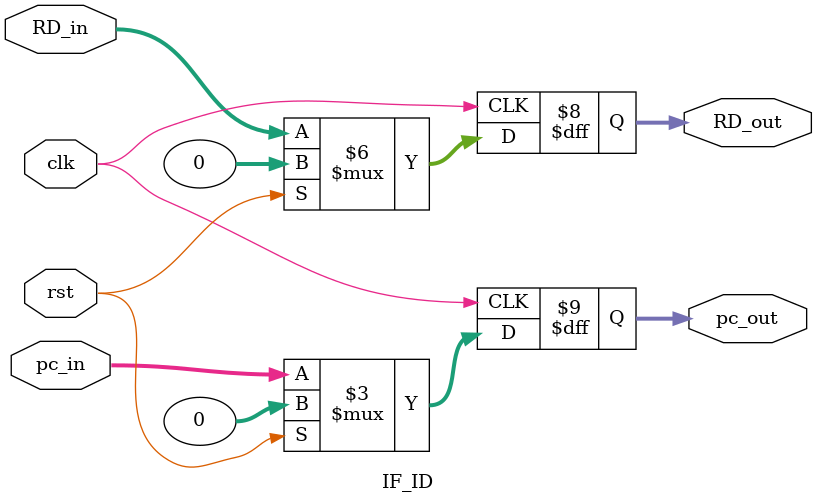
<source format=v>
module IF_ID( RD_in,  RD_out, pc_in, pc_out, clk, rst ); 
	input [31:0] RD_in, pc_in;
	input rst, clk;
	output [31:0] RD_out, pc_out;
	
	reg [31:0] RD_out, pc_out;
	always @ ( posedge clk ) begin
		if ( rst ) begin
			RD_out <= 32'b0;	
			pc_out <= 32'b0;
		end
		else begin
			pc_out <= pc_in;
			RD_out <= RD_in;
		end	
	end
endmodule	
</source>
